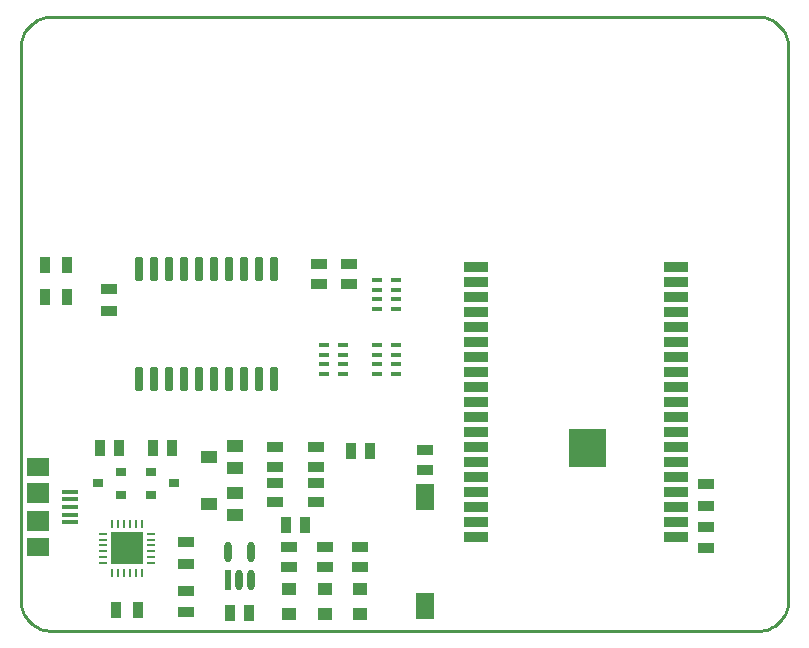
<source format=gtp>
G04*
G04 #@! TF.GenerationSoftware,Altium Limited,Altium Designer,21.3.2 (30)*
G04*
G04 Layer_Color=8421504*
%FSLAX25Y25*%
%MOIN*%
G70*
G04*
G04 #@! TF.SameCoordinates,4FB7CEAD-E32D-458C-9978-29DB153300B6*
G04*
G04*
G04 #@! TF.FilePolarity,Positive*
G04*
G01*
G75*
%ADD18C,0.01000*%
%ADD19C,0.00394*%
%ADD20R,0.07480X0.07087*%
%ADD21R,0.05315X0.01575*%
%ADD22R,0.05512X0.03937*%
%ADD23R,0.05315X0.03347*%
%ADD24R,0.06299X0.08583*%
%ADD25R,0.06299X0.08661*%
%ADD26R,0.03740X0.05512*%
%ADD27R,0.07874X0.03543*%
%ADD28R,0.03543X0.01575*%
%ADD29R,0.05512X0.03740*%
%ADD30R,0.03347X0.05315*%
%ADD31R,0.03543X0.03150*%
%ADD32R,0.02425X0.06721*%
G04:AMPARAMS|DCode=33|XSize=67.21mil|YSize=24.25mil|CornerRadius=12.12mil|HoleSize=0mil|Usage=FLASHONLY|Rotation=90.000|XOffset=0mil|YOffset=0mil|HoleType=Round|Shape=RoundedRectangle|*
%AMROUNDEDRECTD33*
21,1,0.06721,0.00000,0,0,90.0*
21,1,0.04296,0.02425,0,0,90.0*
1,1,0.02425,0.00000,0.02148*
1,1,0.02425,0.00000,-0.02148*
1,1,0.02425,0.00000,-0.02148*
1,1,0.02425,0.00000,0.02148*
%
%ADD33ROUNDEDRECTD33*%
%ADD34R,0.04724X0.04331*%
%ADD35O,0.00787X0.03150*%
%ADD36O,0.03150X0.00787*%
%ADD37R,0.10551X0.10551*%
G04:AMPARAMS|DCode=38|XSize=78.74mil|YSize=23.62mil|CornerRadius=2.01mil|HoleSize=0mil|Usage=FLASHONLY|Rotation=90.000|XOffset=0mil|YOffset=0mil|HoleType=Round|Shape=RoundedRectangle|*
%AMROUNDEDRECTD38*
21,1,0.07874,0.01961,0,0,90.0*
21,1,0.07472,0.02362,0,0,90.0*
1,1,0.00402,0.00980,0.03736*
1,1,0.00402,0.00980,-0.03736*
1,1,0.00402,-0.00980,-0.03736*
1,1,0.00402,-0.00980,0.03736*
%
%ADD38ROUNDEDRECTD38*%
%ADD39R,0.07480X0.06201*%
%ADD40R,0.07480X0.06201*%
G36*
X182756Y67244D02*
X195197D01*
Y54803D01*
X182756D01*
Y67244D01*
D02*
G37*
D18*
X0Y10300D02*
X50Y9290D01*
X198Y8291D01*
X444Y7310D01*
X784Y6358D01*
X1216Y5445D01*
X1736Y4578D01*
X2338Y3766D01*
X3017Y3017D01*
X3766Y2338D01*
X4578Y1736D01*
X5445Y1216D01*
X6358Y784D01*
X7310Y444D01*
X8291Y198D01*
X9290Y50D01*
X10300Y0D01*
X245605D02*
X246615Y50D01*
X247615Y198D01*
X248595Y444D01*
X249547Y784D01*
X250461Y1216D01*
X251328Y1736D01*
X252140Y2338D01*
X252889Y3017D01*
X253568Y3766D01*
X254170Y4578D01*
X254689Y5445D01*
X255121Y6358D01*
X255462Y7310D01*
X255708Y8291D01*
X255856Y9290D01*
X255906Y10300D01*
Y194485D02*
X255856Y195495D01*
X255708Y196494D01*
X255462Y197475D01*
X255121Y198427D01*
X254689Y199340D01*
X254170Y200207D01*
X253568Y201019D01*
X252889Y201768D01*
X252140Y202447D01*
X251328Y203049D01*
X250461Y203569D01*
X249547Y204001D01*
X248595Y204342D01*
X247615Y204587D01*
X246615Y204735D01*
X245605Y204785D01*
X10300D02*
X9290Y204735D01*
X8291Y204587D01*
X7310Y204342D01*
X6358Y204001D01*
X5445Y203569D01*
X4578Y203049D01*
X3766Y202447D01*
X3017Y201768D01*
X2338Y201019D01*
X1736Y200207D01*
X1216Y199340D01*
X784Y198427D01*
X444Y197475D01*
X198Y196494D01*
X50Y195495D01*
X0Y194485D01*
Y10300D02*
Y91535D01*
X10300Y0D02*
X245606D01*
X255906Y10300D02*
Y194485D01*
X10300Y204785D02*
X245606D01*
X0Y91535D02*
Y194485D01*
D19*
X197Y19685D02*
Y62992D01*
D20*
X5906Y36811D02*
D03*
Y45866D02*
D03*
D21*
X16437Y46457D02*
D03*
Y43898D02*
D03*
Y36220D02*
D03*
Y41339D02*
D03*
Y38780D02*
D03*
D22*
X62598Y58071D02*
D03*
X71260Y61811D02*
D03*
Y54331D02*
D03*
Y38583D02*
D03*
Y46063D02*
D03*
X62598Y42323D02*
D03*
D23*
X109252Y122343D02*
D03*
Y115846D02*
D03*
X84646Y54823D02*
D03*
Y61319D02*
D03*
Y43012D02*
D03*
Y49508D02*
D03*
X99410Y115846D02*
D03*
Y122342D02*
D03*
X98425Y43012D02*
D03*
Y49508D02*
D03*
X113189Y21358D02*
D03*
Y27854D02*
D03*
X101378Y21358D02*
D03*
Y27854D02*
D03*
X89567Y21358D02*
D03*
Y27854D02*
D03*
X98425Y54823D02*
D03*
Y61319D02*
D03*
X134842Y53839D02*
D03*
Y60335D02*
D03*
D24*
X134843Y44665D02*
D03*
D25*
Y8484D02*
D03*
D26*
X15453Y122047D02*
D03*
X8169D02*
D03*
X15453Y111220D02*
D03*
X8169D02*
D03*
X39075Y6890D02*
D03*
X31791D02*
D03*
D27*
X218504Y31496D02*
D03*
Y36496D02*
D03*
Y41496D02*
D03*
Y46496D02*
D03*
Y51496D02*
D03*
Y56496D02*
D03*
Y61496D02*
D03*
Y66496D02*
D03*
Y71496D02*
D03*
Y76496D02*
D03*
Y81496D02*
D03*
Y86496D02*
D03*
Y91496D02*
D03*
Y96496D02*
D03*
Y101496D02*
D03*
Y106496D02*
D03*
Y111496D02*
D03*
Y116496D02*
D03*
Y121496D02*
D03*
X151575D02*
D03*
Y116496D02*
D03*
Y111496D02*
D03*
Y106496D02*
D03*
Y101496D02*
D03*
Y96496D02*
D03*
Y91496D02*
D03*
Y86496D02*
D03*
Y81496D02*
D03*
Y76496D02*
D03*
Y71496D02*
D03*
Y66496D02*
D03*
Y61496D02*
D03*
Y56496D02*
D03*
Y51496D02*
D03*
Y46496D02*
D03*
Y41496D02*
D03*
Y36496D02*
D03*
Y31496D02*
D03*
D28*
X118898Y116929D02*
D03*
Y113780D02*
D03*
Y110630D02*
D03*
Y107480D02*
D03*
X125197Y116929D02*
D03*
Y113780D02*
D03*
Y110630D02*
D03*
Y107480D02*
D03*
X118898Y95276D02*
D03*
Y92126D02*
D03*
Y88976D02*
D03*
Y85827D02*
D03*
X125197Y95276D02*
D03*
Y92126D02*
D03*
Y88976D02*
D03*
Y85827D02*
D03*
X107480D02*
D03*
Y88976D02*
D03*
Y92126D02*
D03*
Y95276D02*
D03*
X101181Y85827D02*
D03*
Y88976D02*
D03*
Y92126D02*
D03*
Y95276D02*
D03*
D29*
X228347Y41634D02*
D03*
Y48917D02*
D03*
X228346Y27559D02*
D03*
Y34843D02*
D03*
X55118Y22244D02*
D03*
Y29528D02*
D03*
Y6201D02*
D03*
Y13484D02*
D03*
X29528Y106595D02*
D03*
Y113878D02*
D03*
D30*
X88287Y35433D02*
D03*
X94784D02*
D03*
X109941Y60039D02*
D03*
X116437D02*
D03*
X69587Y5906D02*
D03*
X76083D02*
D03*
X50492Y61024D02*
D03*
X43996D02*
D03*
X32776D02*
D03*
X26280D02*
D03*
D31*
X51181Y49213D02*
D03*
X43307Y45472D02*
D03*
Y52953D02*
D03*
X25591Y49213D02*
D03*
X33465Y52953D02*
D03*
Y45472D02*
D03*
D32*
X69094Y16927D02*
D03*
D33*
X72835D02*
D03*
X76575D02*
D03*
Y26380D02*
D03*
X69094D02*
D03*
D34*
X113189Y5709D02*
D03*
Y13976D02*
D03*
X101378Y5709D02*
D03*
Y13976D02*
D03*
X89567Y5709D02*
D03*
Y13976D02*
D03*
D35*
X30512Y19488D02*
D03*
X32480D02*
D03*
X34449D02*
D03*
X36417D02*
D03*
X38386D02*
D03*
X40354D02*
D03*
Y35630D02*
D03*
X38386D02*
D03*
X36417D02*
D03*
X34449D02*
D03*
X32480D02*
D03*
X30512D02*
D03*
D36*
X43504Y22638D02*
D03*
Y24606D02*
D03*
Y26575D02*
D03*
Y28543D02*
D03*
Y30512D02*
D03*
Y32480D02*
D03*
X27362D02*
D03*
Y30512D02*
D03*
Y28543D02*
D03*
Y26575D02*
D03*
Y24606D02*
D03*
Y22638D02*
D03*
D37*
X35433Y27559D02*
D03*
D38*
X39508Y84055D02*
D03*
X44508D02*
D03*
X49508D02*
D03*
X54508D02*
D03*
X59508D02*
D03*
X64508D02*
D03*
X69508D02*
D03*
X74508D02*
D03*
X79508D02*
D03*
X84508D02*
D03*
Y120669D02*
D03*
X79508D02*
D03*
X74508D02*
D03*
X69508D02*
D03*
X64508D02*
D03*
X59508D02*
D03*
X54508D02*
D03*
X49508D02*
D03*
X44508D02*
D03*
X39508D02*
D03*
D39*
X5906Y54675D02*
D03*
D40*
X5905Y28002D02*
D03*
M02*

</source>
